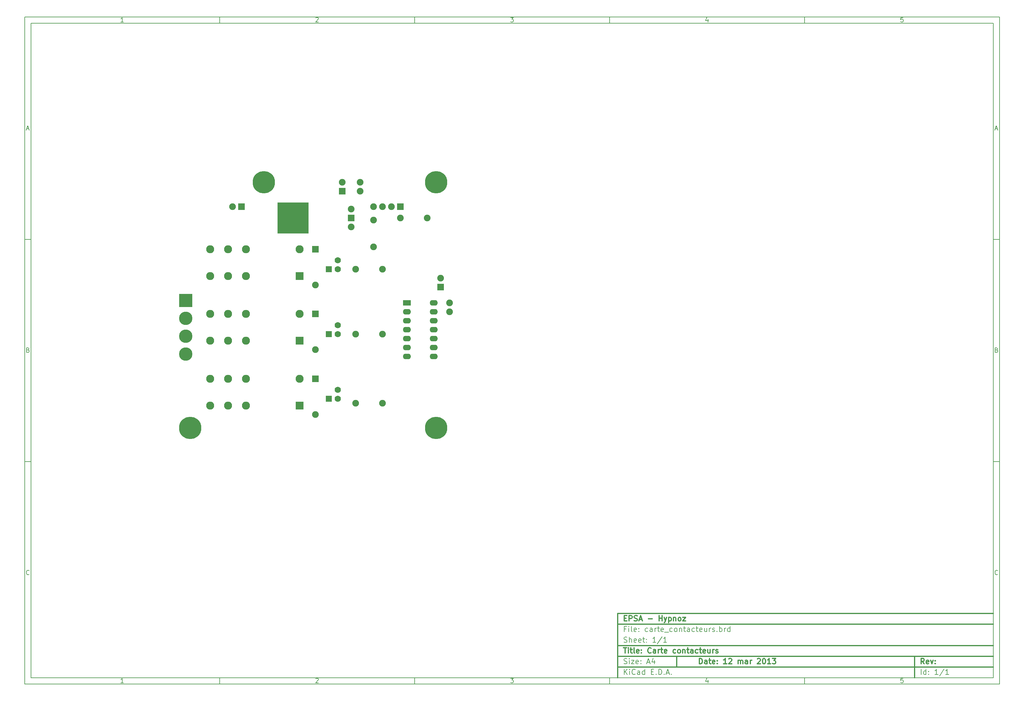
<source format=gtl>
G04 (created by PCBNEW-RS274X (2012-01-19 BZR 3256)-stable) date 12/03/2013 15:32:23*
G01*
G70*
G90*
%MOIN*%
G04 Gerber Fmt 3.4, Leading zero omitted, Abs format*
%FSLAX34Y34*%
G04 APERTURE LIST*
%ADD10C,0.006000*%
%ADD11C,0.012000*%
%ADD12R,0.070000X0.070000*%
%ADD13C,0.070000*%
%ADD14R,0.090000X0.090000*%
%ADD15C,0.090000*%
%ADD16C,0.075000*%
%ADD17R,0.350000X0.350000*%
%ADD18R,0.075000X0.075000*%
%ADD19R,0.090000X0.062000*%
%ADD20O,0.090000X0.062000*%
%ADD21C,0.150000*%
%ADD22R,0.150000X0.150000*%
%ADD23C,0.250000*%
G04 APERTURE END LIST*
G54D10*
X04000Y-04000D02*
X113000Y-04000D01*
X113000Y-78670D01*
X04000Y-78670D01*
X04000Y-04000D01*
X04700Y-04700D02*
X112300Y-04700D01*
X112300Y-77970D01*
X04700Y-77970D01*
X04700Y-04700D01*
X25800Y-04000D02*
X25800Y-04700D01*
X15043Y-04552D02*
X14757Y-04552D01*
X14900Y-04552D02*
X14900Y-04052D01*
X14852Y-04124D01*
X14805Y-04171D01*
X14757Y-04195D01*
X25800Y-78670D02*
X25800Y-77970D01*
X15043Y-78522D02*
X14757Y-78522D01*
X14900Y-78522D02*
X14900Y-78022D01*
X14852Y-78094D01*
X14805Y-78141D01*
X14757Y-78165D01*
X47600Y-04000D02*
X47600Y-04700D01*
X36557Y-04100D02*
X36581Y-04076D01*
X36629Y-04052D01*
X36748Y-04052D01*
X36795Y-04076D01*
X36819Y-04100D01*
X36843Y-04148D01*
X36843Y-04195D01*
X36819Y-04267D01*
X36533Y-04552D01*
X36843Y-04552D01*
X47600Y-78670D02*
X47600Y-77970D01*
X36557Y-78070D02*
X36581Y-78046D01*
X36629Y-78022D01*
X36748Y-78022D01*
X36795Y-78046D01*
X36819Y-78070D01*
X36843Y-78118D01*
X36843Y-78165D01*
X36819Y-78237D01*
X36533Y-78522D01*
X36843Y-78522D01*
X69400Y-04000D02*
X69400Y-04700D01*
X58333Y-04052D02*
X58643Y-04052D01*
X58476Y-04243D01*
X58548Y-04243D01*
X58595Y-04267D01*
X58619Y-04290D01*
X58643Y-04338D01*
X58643Y-04457D01*
X58619Y-04505D01*
X58595Y-04529D01*
X58548Y-04552D01*
X58405Y-04552D01*
X58357Y-04529D01*
X58333Y-04505D01*
X69400Y-78670D02*
X69400Y-77970D01*
X58333Y-78022D02*
X58643Y-78022D01*
X58476Y-78213D01*
X58548Y-78213D01*
X58595Y-78237D01*
X58619Y-78260D01*
X58643Y-78308D01*
X58643Y-78427D01*
X58619Y-78475D01*
X58595Y-78499D01*
X58548Y-78522D01*
X58405Y-78522D01*
X58357Y-78499D01*
X58333Y-78475D01*
X91200Y-04000D02*
X91200Y-04700D01*
X80395Y-04219D02*
X80395Y-04552D01*
X80276Y-04029D02*
X80157Y-04386D01*
X80467Y-04386D01*
X91200Y-78670D02*
X91200Y-77970D01*
X80395Y-78189D02*
X80395Y-78522D01*
X80276Y-77999D02*
X80157Y-78356D01*
X80467Y-78356D01*
X102219Y-04052D02*
X101981Y-04052D01*
X101957Y-04290D01*
X101981Y-04267D01*
X102029Y-04243D01*
X102148Y-04243D01*
X102195Y-04267D01*
X102219Y-04290D01*
X102243Y-04338D01*
X102243Y-04457D01*
X102219Y-04505D01*
X102195Y-04529D01*
X102148Y-04552D01*
X102029Y-04552D01*
X101981Y-04529D01*
X101957Y-04505D01*
X102219Y-78022D02*
X101981Y-78022D01*
X101957Y-78260D01*
X101981Y-78237D01*
X102029Y-78213D01*
X102148Y-78213D01*
X102195Y-78237D01*
X102219Y-78260D01*
X102243Y-78308D01*
X102243Y-78427D01*
X102219Y-78475D01*
X102195Y-78499D01*
X102148Y-78522D01*
X102029Y-78522D01*
X101981Y-78499D01*
X101957Y-78475D01*
X04000Y-28890D02*
X04700Y-28890D01*
X04231Y-16510D02*
X04469Y-16510D01*
X04184Y-16652D02*
X04350Y-16152D01*
X04517Y-16652D01*
X113000Y-28890D02*
X112300Y-28890D01*
X112531Y-16510D02*
X112769Y-16510D01*
X112484Y-16652D02*
X112650Y-16152D01*
X112817Y-16652D01*
X04000Y-53780D02*
X04700Y-53780D01*
X04386Y-41280D02*
X04457Y-41304D01*
X04481Y-41328D01*
X04505Y-41376D01*
X04505Y-41447D01*
X04481Y-41495D01*
X04457Y-41519D01*
X04410Y-41542D01*
X04219Y-41542D01*
X04219Y-41042D01*
X04386Y-41042D01*
X04433Y-41066D01*
X04457Y-41090D01*
X04481Y-41138D01*
X04481Y-41185D01*
X04457Y-41233D01*
X04433Y-41257D01*
X04386Y-41280D01*
X04219Y-41280D01*
X113000Y-53780D02*
X112300Y-53780D01*
X112686Y-41280D02*
X112757Y-41304D01*
X112781Y-41328D01*
X112805Y-41376D01*
X112805Y-41447D01*
X112781Y-41495D01*
X112757Y-41519D01*
X112710Y-41542D01*
X112519Y-41542D01*
X112519Y-41042D01*
X112686Y-41042D01*
X112733Y-41066D01*
X112757Y-41090D01*
X112781Y-41138D01*
X112781Y-41185D01*
X112757Y-41233D01*
X112733Y-41257D01*
X112686Y-41280D01*
X112519Y-41280D01*
X04505Y-66385D02*
X04481Y-66409D01*
X04410Y-66432D01*
X04362Y-66432D01*
X04290Y-66409D01*
X04243Y-66361D01*
X04219Y-66313D01*
X04195Y-66218D01*
X04195Y-66147D01*
X04219Y-66051D01*
X04243Y-66004D01*
X04290Y-65956D01*
X04362Y-65932D01*
X04410Y-65932D01*
X04481Y-65956D01*
X04505Y-65980D01*
X112805Y-66385D02*
X112781Y-66409D01*
X112710Y-66432D01*
X112662Y-66432D01*
X112590Y-66409D01*
X112543Y-66361D01*
X112519Y-66313D01*
X112495Y-66218D01*
X112495Y-66147D01*
X112519Y-66051D01*
X112543Y-66004D01*
X112590Y-65956D01*
X112662Y-65932D01*
X112710Y-65932D01*
X112781Y-65956D01*
X112805Y-65980D01*
G54D11*
X79443Y-76413D02*
X79443Y-75813D01*
X79586Y-75813D01*
X79671Y-75841D01*
X79729Y-75899D01*
X79757Y-75956D01*
X79786Y-76070D01*
X79786Y-76156D01*
X79757Y-76270D01*
X79729Y-76327D01*
X79671Y-76384D01*
X79586Y-76413D01*
X79443Y-76413D01*
X80300Y-76413D02*
X80300Y-76099D01*
X80271Y-76041D01*
X80214Y-76013D01*
X80100Y-76013D01*
X80043Y-76041D01*
X80300Y-76384D02*
X80243Y-76413D01*
X80100Y-76413D01*
X80043Y-76384D01*
X80014Y-76327D01*
X80014Y-76270D01*
X80043Y-76213D01*
X80100Y-76184D01*
X80243Y-76184D01*
X80300Y-76156D01*
X80500Y-76013D02*
X80729Y-76013D01*
X80586Y-75813D02*
X80586Y-76327D01*
X80614Y-76384D01*
X80672Y-76413D01*
X80729Y-76413D01*
X81157Y-76384D02*
X81100Y-76413D01*
X80986Y-76413D01*
X80929Y-76384D01*
X80900Y-76327D01*
X80900Y-76099D01*
X80929Y-76041D01*
X80986Y-76013D01*
X81100Y-76013D01*
X81157Y-76041D01*
X81186Y-76099D01*
X81186Y-76156D01*
X80900Y-76213D01*
X81443Y-76356D02*
X81471Y-76384D01*
X81443Y-76413D01*
X81414Y-76384D01*
X81443Y-76356D01*
X81443Y-76413D01*
X81443Y-76041D02*
X81471Y-76070D01*
X81443Y-76099D01*
X81414Y-76070D01*
X81443Y-76041D01*
X81443Y-76099D01*
X82500Y-76413D02*
X82157Y-76413D01*
X82329Y-76413D02*
X82329Y-75813D01*
X82272Y-75899D01*
X82214Y-75956D01*
X82157Y-75984D01*
X82728Y-75870D02*
X82757Y-75841D01*
X82814Y-75813D01*
X82957Y-75813D01*
X83014Y-75841D01*
X83043Y-75870D01*
X83071Y-75927D01*
X83071Y-75984D01*
X83043Y-76070D01*
X82700Y-76413D01*
X83071Y-76413D01*
X83785Y-76413D02*
X83785Y-76013D01*
X83785Y-76070D02*
X83813Y-76041D01*
X83871Y-76013D01*
X83956Y-76013D01*
X84013Y-76041D01*
X84042Y-76099D01*
X84042Y-76413D01*
X84042Y-76099D02*
X84071Y-76041D01*
X84128Y-76013D01*
X84213Y-76013D01*
X84271Y-76041D01*
X84299Y-76099D01*
X84299Y-76413D01*
X84842Y-76413D02*
X84842Y-76099D01*
X84813Y-76041D01*
X84756Y-76013D01*
X84642Y-76013D01*
X84585Y-76041D01*
X84842Y-76384D02*
X84785Y-76413D01*
X84642Y-76413D01*
X84585Y-76384D01*
X84556Y-76327D01*
X84556Y-76270D01*
X84585Y-76213D01*
X84642Y-76184D01*
X84785Y-76184D01*
X84842Y-76156D01*
X85128Y-76413D02*
X85128Y-76013D01*
X85128Y-76127D02*
X85156Y-76070D01*
X85185Y-76041D01*
X85242Y-76013D01*
X85299Y-76013D01*
X85927Y-75870D02*
X85956Y-75841D01*
X86013Y-75813D01*
X86156Y-75813D01*
X86213Y-75841D01*
X86242Y-75870D01*
X86270Y-75927D01*
X86270Y-75984D01*
X86242Y-76070D01*
X85899Y-76413D01*
X86270Y-76413D01*
X86641Y-75813D02*
X86698Y-75813D01*
X86755Y-75841D01*
X86784Y-75870D01*
X86813Y-75927D01*
X86841Y-76041D01*
X86841Y-76184D01*
X86813Y-76299D01*
X86784Y-76356D01*
X86755Y-76384D01*
X86698Y-76413D01*
X86641Y-76413D01*
X86584Y-76384D01*
X86555Y-76356D01*
X86527Y-76299D01*
X86498Y-76184D01*
X86498Y-76041D01*
X86527Y-75927D01*
X86555Y-75870D01*
X86584Y-75841D01*
X86641Y-75813D01*
X87412Y-76413D02*
X87069Y-76413D01*
X87241Y-76413D02*
X87241Y-75813D01*
X87184Y-75899D01*
X87126Y-75956D01*
X87069Y-75984D01*
X87612Y-75813D02*
X87983Y-75813D01*
X87783Y-76041D01*
X87869Y-76041D01*
X87926Y-76070D01*
X87955Y-76099D01*
X87983Y-76156D01*
X87983Y-76299D01*
X87955Y-76356D01*
X87926Y-76384D01*
X87869Y-76413D01*
X87697Y-76413D01*
X87640Y-76384D01*
X87612Y-76356D01*
G54D10*
X71043Y-77613D02*
X71043Y-77013D01*
X71386Y-77613D02*
X71129Y-77270D01*
X71386Y-77013D02*
X71043Y-77356D01*
X71643Y-77613D02*
X71643Y-77213D01*
X71643Y-77013D02*
X71614Y-77041D01*
X71643Y-77070D01*
X71671Y-77041D01*
X71643Y-77013D01*
X71643Y-77070D01*
X72272Y-77556D02*
X72243Y-77584D01*
X72157Y-77613D01*
X72100Y-77613D01*
X72015Y-77584D01*
X71957Y-77527D01*
X71929Y-77470D01*
X71900Y-77356D01*
X71900Y-77270D01*
X71929Y-77156D01*
X71957Y-77099D01*
X72015Y-77041D01*
X72100Y-77013D01*
X72157Y-77013D01*
X72243Y-77041D01*
X72272Y-77070D01*
X72786Y-77613D02*
X72786Y-77299D01*
X72757Y-77241D01*
X72700Y-77213D01*
X72586Y-77213D01*
X72529Y-77241D01*
X72786Y-77584D02*
X72729Y-77613D01*
X72586Y-77613D01*
X72529Y-77584D01*
X72500Y-77527D01*
X72500Y-77470D01*
X72529Y-77413D01*
X72586Y-77384D01*
X72729Y-77384D01*
X72786Y-77356D01*
X73329Y-77613D02*
X73329Y-77013D01*
X73329Y-77584D02*
X73272Y-77613D01*
X73158Y-77613D01*
X73100Y-77584D01*
X73072Y-77556D01*
X73043Y-77499D01*
X73043Y-77327D01*
X73072Y-77270D01*
X73100Y-77241D01*
X73158Y-77213D01*
X73272Y-77213D01*
X73329Y-77241D01*
X74072Y-77299D02*
X74272Y-77299D01*
X74358Y-77613D02*
X74072Y-77613D01*
X74072Y-77013D01*
X74358Y-77013D01*
X74615Y-77556D02*
X74643Y-77584D01*
X74615Y-77613D01*
X74586Y-77584D01*
X74615Y-77556D01*
X74615Y-77613D01*
X74901Y-77613D02*
X74901Y-77013D01*
X75044Y-77013D01*
X75129Y-77041D01*
X75187Y-77099D01*
X75215Y-77156D01*
X75244Y-77270D01*
X75244Y-77356D01*
X75215Y-77470D01*
X75187Y-77527D01*
X75129Y-77584D01*
X75044Y-77613D01*
X74901Y-77613D01*
X75501Y-77556D02*
X75529Y-77584D01*
X75501Y-77613D01*
X75472Y-77584D01*
X75501Y-77556D01*
X75501Y-77613D01*
X75758Y-77441D02*
X76044Y-77441D01*
X75701Y-77613D02*
X75901Y-77013D01*
X76101Y-77613D01*
X76301Y-77556D02*
X76329Y-77584D01*
X76301Y-77613D01*
X76272Y-77584D01*
X76301Y-77556D01*
X76301Y-77613D01*
G54D11*
X104586Y-76413D02*
X104386Y-76127D01*
X104243Y-76413D02*
X104243Y-75813D01*
X104471Y-75813D01*
X104529Y-75841D01*
X104557Y-75870D01*
X104586Y-75927D01*
X104586Y-76013D01*
X104557Y-76070D01*
X104529Y-76099D01*
X104471Y-76127D01*
X104243Y-76127D01*
X105071Y-76384D02*
X105014Y-76413D01*
X104900Y-76413D01*
X104843Y-76384D01*
X104814Y-76327D01*
X104814Y-76099D01*
X104843Y-76041D01*
X104900Y-76013D01*
X105014Y-76013D01*
X105071Y-76041D01*
X105100Y-76099D01*
X105100Y-76156D01*
X104814Y-76213D01*
X105300Y-76013D02*
X105443Y-76413D01*
X105585Y-76013D01*
X105814Y-76356D02*
X105842Y-76384D01*
X105814Y-76413D01*
X105785Y-76384D01*
X105814Y-76356D01*
X105814Y-76413D01*
X105814Y-76041D02*
X105842Y-76070D01*
X105814Y-76099D01*
X105785Y-76070D01*
X105814Y-76041D01*
X105814Y-76099D01*
G54D10*
X71014Y-76384D02*
X71100Y-76413D01*
X71243Y-76413D01*
X71300Y-76384D01*
X71329Y-76356D01*
X71357Y-76299D01*
X71357Y-76241D01*
X71329Y-76184D01*
X71300Y-76156D01*
X71243Y-76127D01*
X71129Y-76099D01*
X71071Y-76070D01*
X71043Y-76041D01*
X71014Y-75984D01*
X71014Y-75927D01*
X71043Y-75870D01*
X71071Y-75841D01*
X71129Y-75813D01*
X71271Y-75813D01*
X71357Y-75841D01*
X71614Y-76413D02*
X71614Y-76013D01*
X71614Y-75813D02*
X71585Y-75841D01*
X71614Y-75870D01*
X71642Y-75841D01*
X71614Y-75813D01*
X71614Y-75870D01*
X71843Y-76013D02*
X72157Y-76013D01*
X71843Y-76413D01*
X72157Y-76413D01*
X72614Y-76384D02*
X72557Y-76413D01*
X72443Y-76413D01*
X72386Y-76384D01*
X72357Y-76327D01*
X72357Y-76099D01*
X72386Y-76041D01*
X72443Y-76013D01*
X72557Y-76013D01*
X72614Y-76041D01*
X72643Y-76099D01*
X72643Y-76156D01*
X72357Y-76213D01*
X72900Y-76356D02*
X72928Y-76384D01*
X72900Y-76413D01*
X72871Y-76384D01*
X72900Y-76356D01*
X72900Y-76413D01*
X72900Y-76041D02*
X72928Y-76070D01*
X72900Y-76099D01*
X72871Y-76070D01*
X72900Y-76041D01*
X72900Y-76099D01*
X73614Y-76241D02*
X73900Y-76241D01*
X73557Y-76413D02*
X73757Y-75813D01*
X73957Y-76413D01*
X74414Y-76013D02*
X74414Y-76413D01*
X74271Y-75784D02*
X74128Y-76213D01*
X74500Y-76213D01*
X104243Y-77613D02*
X104243Y-77013D01*
X104786Y-77613D02*
X104786Y-77013D01*
X104786Y-77584D02*
X104729Y-77613D01*
X104615Y-77613D01*
X104557Y-77584D01*
X104529Y-77556D01*
X104500Y-77499D01*
X104500Y-77327D01*
X104529Y-77270D01*
X104557Y-77241D01*
X104615Y-77213D01*
X104729Y-77213D01*
X104786Y-77241D01*
X105072Y-77556D02*
X105100Y-77584D01*
X105072Y-77613D01*
X105043Y-77584D01*
X105072Y-77556D01*
X105072Y-77613D01*
X105072Y-77241D02*
X105100Y-77270D01*
X105072Y-77299D01*
X105043Y-77270D01*
X105072Y-77241D01*
X105072Y-77299D01*
X106129Y-77613D02*
X105786Y-77613D01*
X105958Y-77613D02*
X105958Y-77013D01*
X105901Y-77099D01*
X105843Y-77156D01*
X105786Y-77184D01*
X106814Y-76984D02*
X106300Y-77756D01*
X107329Y-77613D02*
X106986Y-77613D01*
X107158Y-77613D02*
X107158Y-77013D01*
X107101Y-77099D01*
X107043Y-77156D01*
X106986Y-77184D01*
G54D11*
X70957Y-74613D02*
X71300Y-74613D01*
X71129Y-75213D02*
X71129Y-74613D01*
X71500Y-75213D02*
X71500Y-74813D01*
X71500Y-74613D02*
X71471Y-74641D01*
X71500Y-74670D01*
X71528Y-74641D01*
X71500Y-74613D01*
X71500Y-74670D01*
X71700Y-74813D02*
X71929Y-74813D01*
X71786Y-74613D02*
X71786Y-75127D01*
X71814Y-75184D01*
X71872Y-75213D01*
X71929Y-75213D01*
X72215Y-75213D02*
X72157Y-75184D01*
X72129Y-75127D01*
X72129Y-74613D01*
X72671Y-75184D02*
X72614Y-75213D01*
X72500Y-75213D01*
X72443Y-75184D01*
X72414Y-75127D01*
X72414Y-74899D01*
X72443Y-74841D01*
X72500Y-74813D01*
X72614Y-74813D01*
X72671Y-74841D01*
X72700Y-74899D01*
X72700Y-74956D01*
X72414Y-75013D01*
X72957Y-75156D02*
X72985Y-75184D01*
X72957Y-75213D01*
X72928Y-75184D01*
X72957Y-75156D01*
X72957Y-75213D01*
X72957Y-74841D02*
X72985Y-74870D01*
X72957Y-74899D01*
X72928Y-74870D01*
X72957Y-74841D01*
X72957Y-74899D01*
X74043Y-75156D02*
X74014Y-75184D01*
X73928Y-75213D01*
X73871Y-75213D01*
X73786Y-75184D01*
X73728Y-75127D01*
X73700Y-75070D01*
X73671Y-74956D01*
X73671Y-74870D01*
X73700Y-74756D01*
X73728Y-74699D01*
X73786Y-74641D01*
X73871Y-74613D01*
X73928Y-74613D01*
X74014Y-74641D01*
X74043Y-74670D01*
X74557Y-75213D02*
X74557Y-74899D01*
X74528Y-74841D01*
X74471Y-74813D01*
X74357Y-74813D01*
X74300Y-74841D01*
X74557Y-75184D02*
X74500Y-75213D01*
X74357Y-75213D01*
X74300Y-75184D01*
X74271Y-75127D01*
X74271Y-75070D01*
X74300Y-75013D01*
X74357Y-74984D01*
X74500Y-74984D01*
X74557Y-74956D01*
X74843Y-75213D02*
X74843Y-74813D01*
X74843Y-74927D02*
X74871Y-74870D01*
X74900Y-74841D01*
X74957Y-74813D01*
X75014Y-74813D01*
X75128Y-74813D02*
X75357Y-74813D01*
X75214Y-74613D02*
X75214Y-75127D01*
X75242Y-75184D01*
X75300Y-75213D01*
X75357Y-75213D01*
X75785Y-75184D02*
X75728Y-75213D01*
X75614Y-75213D01*
X75557Y-75184D01*
X75528Y-75127D01*
X75528Y-74899D01*
X75557Y-74841D01*
X75614Y-74813D01*
X75728Y-74813D01*
X75785Y-74841D01*
X75814Y-74899D01*
X75814Y-74956D01*
X75528Y-75013D01*
X76785Y-75184D02*
X76728Y-75213D01*
X76614Y-75213D01*
X76556Y-75184D01*
X76528Y-75156D01*
X76499Y-75099D01*
X76499Y-74927D01*
X76528Y-74870D01*
X76556Y-74841D01*
X76614Y-74813D01*
X76728Y-74813D01*
X76785Y-74841D01*
X77128Y-75213D02*
X77070Y-75184D01*
X77042Y-75156D01*
X77013Y-75099D01*
X77013Y-74927D01*
X77042Y-74870D01*
X77070Y-74841D01*
X77128Y-74813D01*
X77213Y-74813D01*
X77270Y-74841D01*
X77299Y-74870D01*
X77328Y-74927D01*
X77328Y-75099D01*
X77299Y-75156D01*
X77270Y-75184D01*
X77213Y-75213D01*
X77128Y-75213D01*
X77585Y-74813D02*
X77585Y-75213D01*
X77585Y-74870D02*
X77613Y-74841D01*
X77671Y-74813D01*
X77756Y-74813D01*
X77813Y-74841D01*
X77842Y-74899D01*
X77842Y-75213D01*
X78042Y-74813D02*
X78271Y-74813D01*
X78128Y-74613D02*
X78128Y-75127D01*
X78156Y-75184D01*
X78214Y-75213D01*
X78271Y-75213D01*
X78728Y-75213D02*
X78728Y-74899D01*
X78699Y-74841D01*
X78642Y-74813D01*
X78528Y-74813D01*
X78471Y-74841D01*
X78728Y-75184D02*
X78671Y-75213D01*
X78528Y-75213D01*
X78471Y-75184D01*
X78442Y-75127D01*
X78442Y-75070D01*
X78471Y-75013D01*
X78528Y-74984D01*
X78671Y-74984D01*
X78728Y-74956D01*
X79271Y-75184D02*
X79214Y-75213D01*
X79100Y-75213D01*
X79042Y-75184D01*
X79014Y-75156D01*
X78985Y-75099D01*
X78985Y-74927D01*
X79014Y-74870D01*
X79042Y-74841D01*
X79100Y-74813D01*
X79214Y-74813D01*
X79271Y-74841D01*
X79442Y-74813D02*
X79671Y-74813D01*
X79528Y-74613D02*
X79528Y-75127D01*
X79556Y-75184D01*
X79614Y-75213D01*
X79671Y-75213D01*
X80099Y-75184D02*
X80042Y-75213D01*
X79928Y-75213D01*
X79871Y-75184D01*
X79842Y-75127D01*
X79842Y-74899D01*
X79871Y-74841D01*
X79928Y-74813D01*
X80042Y-74813D01*
X80099Y-74841D01*
X80128Y-74899D01*
X80128Y-74956D01*
X79842Y-75013D01*
X80642Y-74813D02*
X80642Y-75213D01*
X80385Y-74813D02*
X80385Y-75127D01*
X80413Y-75184D01*
X80471Y-75213D01*
X80556Y-75213D01*
X80613Y-75184D01*
X80642Y-75156D01*
X80928Y-75213D02*
X80928Y-74813D01*
X80928Y-74927D02*
X80956Y-74870D01*
X80985Y-74841D01*
X81042Y-74813D01*
X81099Y-74813D01*
X81270Y-75184D02*
X81327Y-75213D01*
X81442Y-75213D01*
X81499Y-75184D01*
X81527Y-75127D01*
X81527Y-75099D01*
X81499Y-75041D01*
X81442Y-75013D01*
X81356Y-75013D01*
X81299Y-74984D01*
X81270Y-74927D01*
X81270Y-74899D01*
X81299Y-74841D01*
X81356Y-74813D01*
X81442Y-74813D01*
X81499Y-74841D01*
G54D10*
X71243Y-72499D02*
X71043Y-72499D01*
X71043Y-72813D02*
X71043Y-72213D01*
X71329Y-72213D01*
X71557Y-72813D02*
X71557Y-72413D01*
X71557Y-72213D02*
X71528Y-72241D01*
X71557Y-72270D01*
X71585Y-72241D01*
X71557Y-72213D01*
X71557Y-72270D01*
X71929Y-72813D02*
X71871Y-72784D01*
X71843Y-72727D01*
X71843Y-72213D01*
X72385Y-72784D02*
X72328Y-72813D01*
X72214Y-72813D01*
X72157Y-72784D01*
X72128Y-72727D01*
X72128Y-72499D01*
X72157Y-72441D01*
X72214Y-72413D01*
X72328Y-72413D01*
X72385Y-72441D01*
X72414Y-72499D01*
X72414Y-72556D01*
X72128Y-72613D01*
X72671Y-72756D02*
X72699Y-72784D01*
X72671Y-72813D01*
X72642Y-72784D01*
X72671Y-72756D01*
X72671Y-72813D01*
X72671Y-72441D02*
X72699Y-72470D01*
X72671Y-72499D01*
X72642Y-72470D01*
X72671Y-72441D01*
X72671Y-72499D01*
X73671Y-72784D02*
X73614Y-72813D01*
X73500Y-72813D01*
X73442Y-72784D01*
X73414Y-72756D01*
X73385Y-72699D01*
X73385Y-72527D01*
X73414Y-72470D01*
X73442Y-72441D01*
X73500Y-72413D01*
X73614Y-72413D01*
X73671Y-72441D01*
X74185Y-72813D02*
X74185Y-72499D01*
X74156Y-72441D01*
X74099Y-72413D01*
X73985Y-72413D01*
X73928Y-72441D01*
X74185Y-72784D02*
X74128Y-72813D01*
X73985Y-72813D01*
X73928Y-72784D01*
X73899Y-72727D01*
X73899Y-72670D01*
X73928Y-72613D01*
X73985Y-72584D01*
X74128Y-72584D01*
X74185Y-72556D01*
X74471Y-72813D02*
X74471Y-72413D01*
X74471Y-72527D02*
X74499Y-72470D01*
X74528Y-72441D01*
X74585Y-72413D01*
X74642Y-72413D01*
X74756Y-72413D02*
X74985Y-72413D01*
X74842Y-72213D02*
X74842Y-72727D01*
X74870Y-72784D01*
X74928Y-72813D01*
X74985Y-72813D01*
X75413Y-72784D02*
X75356Y-72813D01*
X75242Y-72813D01*
X75185Y-72784D01*
X75156Y-72727D01*
X75156Y-72499D01*
X75185Y-72441D01*
X75242Y-72413D01*
X75356Y-72413D01*
X75413Y-72441D01*
X75442Y-72499D01*
X75442Y-72556D01*
X75156Y-72613D01*
X75556Y-72870D02*
X76013Y-72870D01*
X76413Y-72784D02*
X76356Y-72813D01*
X76242Y-72813D01*
X76184Y-72784D01*
X76156Y-72756D01*
X76127Y-72699D01*
X76127Y-72527D01*
X76156Y-72470D01*
X76184Y-72441D01*
X76242Y-72413D01*
X76356Y-72413D01*
X76413Y-72441D01*
X76756Y-72813D02*
X76698Y-72784D01*
X76670Y-72756D01*
X76641Y-72699D01*
X76641Y-72527D01*
X76670Y-72470D01*
X76698Y-72441D01*
X76756Y-72413D01*
X76841Y-72413D01*
X76898Y-72441D01*
X76927Y-72470D01*
X76956Y-72527D01*
X76956Y-72699D01*
X76927Y-72756D01*
X76898Y-72784D01*
X76841Y-72813D01*
X76756Y-72813D01*
X77213Y-72413D02*
X77213Y-72813D01*
X77213Y-72470D02*
X77241Y-72441D01*
X77299Y-72413D01*
X77384Y-72413D01*
X77441Y-72441D01*
X77470Y-72499D01*
X77470Y-72813D01*
X77670Y-72413D02*
X77899Y-72413D01*
X77756Y-72213D02*
X77756Y-72727D01*
X77784Y-72784D01*
X77842Y-72813D01*
X77899Y-72813D01*
X78356Y-72813D02*
X78356Y-72499D01*
X78327Y-72441D01*
X78270Y-72413D01*
X78156Y-72413D01*
X78099Y-72441D01*
X78356Y-72784D02*
X78299Y-72813D01*
X78156Y-72813D01*
X78099Y-72784D01*
X78070Y-72727D01*
X78070Y-72670D01*
X78099Y-72613D01*
X78156Y-72584D01*
X78299Y-72584D01*
X78356Y-72556D01*
X78899Y-72784D02*
X78842Y-72813D01*
X78728Y-72813D01*
X78670Y-72784D01*
X78642Y-72756D01*
X78613Y-72699D01*
X78613Y-72527D01*
X78642Y-72470D01*
X78670Y-72441D01*
X78728Y-72413D01*
X78842Y-72413D01*
X78899Y-72441D01*
X79070Y-72413D02*
X79299Y-72413D01*
X79156Y-72213D02*
X79156Y-72727D01*
X79184Y-72784D01*
X79242Y-72813D01*
X79299Y-72813D01*
X79727Y-72784D02*
X79670Y-72813D01*
X79556Y-72813D01*
X79499Y-72784D01*
X79470Y-72727D01*
X79470Y-72499D01*
X79499Y-72441D01*
X79556Y-72413D01*
X79670Y-72413D01*
X79727Y-72441D01*
X79756Y-72499D01*
X79756Y-72556D01*
X79470Y-72613D01*
X80270Y-72413D02*
X80270Y-72813D01*
X80013Y-72413D02*
X80013Y-72727D01*
X80041Y-72784D01*
X80099Y-72813D01*
X80184Y-72813D01*
X80241Y-72784D01*
X80270Y-72756D01*
X80556Y-72813D02*
X80556Y-72413D01*
X80556Y-72527D02*
X80584Y-72470D01*
X80613Y-72441D01*
X80670Y-72413D01*
X80727Y-72413D01*
X80898Y-72784D02*
X80955Y-72813D01*
X81070Y-72813D01*
X81127Y-72784D01*
X81155Y-72727D01*
X81155Y-72699D01*
X81127Y-72641D01*
X81070Y-72613D01*
X80984Y-72613D01*
X80927Y-72584D01*
X80898Y-72527D01*
X80898Y-72499D01*
X80927Y-72441D01*
X80984Y-72413D01*
X81070Y-72413D01*
X81127Y-72441D01*
X81413Y-72756D02*
X81441Y-72784D01*
X81413Y-72813D01*
X81384Y-72784D01*
X81413Y-72756D01*
X81413Y-72813D01*
X81699Y-72813D02*
X81699Y-72213D01*
X81699Y-72441D02*
X81756Y-72413D01*
X81870Y-72413D01*
X81927Y-72441D01*
X81956Y-72470D01*
X81985Y-72527D01*
X81985Y-72699D01*
X81956Y-72756D01*
X81927Y-72784D01*
X81870Y-72813D01*
X81756Y-72813D01*
X81699Y-72784D01*
X82242Y-72813D02*
X82242Y-72413D01*
X82242Y-72527D02*
X82270Y-72470D01*
X82299Y-72441D01*
X82356Y-72413D01*
X82413Y-72413D01*
X82870Y-72813D02*
X82870Y-72213D01*
X82870Y-72784D02*
X82813Y-72813D01*
X82699Y-72813D01*
X82641Y-72784D01*
X82613Y-72756D01*
X82584Y-72699D01*
X82584Y-72527D01*
X82613Y-72470D01*
X82641Y-72441D01*
X82699Y-72413D01*
X82813Y-72413D01*
X82870Y-72441D01*
X71014Y-73984D02*
X71100Y-74013D01*
X71243Y-74013D01*
X71300Y-73984D01*
X71329Y-73956D01*
X71357Y-73899D01*
X71357Y-73841D01*
X71329Y-73784D01*
X71300Y-73756D01*
X71243Y-73727D01*
X71129Y-73699D01*
X71071Y-73670D01*
X71043Y-73641D01*
X71014Y-73584D01*
X71014Y-73527D01*
X71043Y-73470D01*
X71071Y-73441D01*
X71129Y-73413D01*
X71271Y-73413D01*
X71357Y-73441D01*
X71614Y-74013D02*
X71614Y-73413D01*
X71871Y-74013D02*
X71871Y-73699D01*
X71842Y-73641D01*
X71785Y-73613D01*
X71700Y-73613D01*
X71642Y-73641D01*
X71614Y-73670D01*
X72385Y-73984D02*
X72328Y-74013D01*
X72214Y-74013D01*
X72157Y-73984D01*
X72128Y-73927D01*
X72128Y-73699D01*
X72157Y-73641D01*
X72214Y-73613D01*
X72328Y-73613D01*
X72385Y-73641D01*
X72414Y-73699D01*
X72414Y-73756D01*
X72128Y-73813D01*
X72899Y-73984D02*
X72842Y-74013D01*
X72728Y-74013D01*
X72671Y-73984D01*
X72642Y-73927D01*
X72642Y-73699D01*
X72671Y-73641D01*
X72728Y-73613D01*
X72842Y-73613D01*
X72899Y-73641D01*
X72928Y-73699D01*
X72928Y-73756D01*
X72642Y-73813D01*
X73099Y-73613D02*
X73328Y-73613D01*
X73185Y-73413D02*
X73185Y-73927D01*
X73213Y-73984D01*
X73271Y-74013D01*
X73328Y-74013D01*
X73528Y-73956D02*
X73556Y-73984D01*
X73528Y-74013D01*
X73499Y-73984D01*
X73528Y-73956D01*
X73528Y-74013D01*
X73528Y-73641D02*
X73556Y-73670D01*
X73528Y-73699D01*
X73499Y-73670D01*
X73528Y-73641D01*
X73528Y-73699D01*
X74585Y-74013D02*
X74242Y-74013D01*
X74414Y-74013D02*
X74414Y-73413D01*
X74357Y-73499D01*
X74299Y-73556D01*
X74242Y-73584D01*
X75270Y-73384D02*
X74756Y-74156D01*
X75785Y-74013D02*
X75442Y-74013D01*
X75614Y-74013D02*
X75614Y-73413D01*
X75557Y-73499D01*
X75499Y-73556D01*
X75442Y-73584D01*
G54D11*
X71043Y-71299D02*
X71243Y-71299D01*
X71329Y-71613D02*
X71043Y-71613D01*
X71043Y-71013D01*
X71329Y-71013D01*
X71586Y-71613D02*
X71586Y-71013D01*
X71814Y-71013D01*
X71872Y-71041D01*
X71900Y-71070D01*
X71929Y-71127D01*
X71929Y-71213D01*
X71900Y-71270D01*
X71872Y-71299D01*
X71814Y-71327D01*
X71586Y-71327D01*
X72157Y-71584D02*
X72243Y-71613D01*
X72386Y-71613D01*
X72443Y-71584D01*
X72472Y-71556D01*
X72500Y-71499D01*
X72500Y-71441D01*
X72472Y-71384D01*
X72443Y-71356D01*
X72386Y-71327D01*
X72272Y-71299D01*
X72214Y-71270D01*
X72186Y-71241D01*
X72157Y-71184D01*
X72157Y-71127D01*
X72186Y-71070D01*
X72214Y-71041D01*
X72272Y-71013D01*
X72414Y-71013D01*
X72500Y-71041D01*
X72728Y-71441D02*
X73014Y-71441D01*
X72671Y-71613D02*
X72871Y-71013D01*
X73071Y-71613D01*
X73728Y-71384D02*
X74185Y-71384D01*
X74928Y-71613D02*
X74928Y-71013D01*
X74928Y-71299D02*
X75271Y-71299D01*
X75271Y-71613D02*
X75271Y-71013D01*
X75500Y-71213D02*
X75643Y-71613D01*
X75785Y-71213D02*
X75643Y-71613D01*
X75585Y-71756D01*
X75557Y-71784D01*
X75500Y-71813D01*
X76014Y-71213D02*
X76014Y-71813D01*
X76014Y-71241D02*
X76071Y-71213D01*
X76185Y-71213D01*
X76242Y-71241D01*
X76271Y-71270D01*
X76300Y-71327D01*
X76300Y-71499D01*
X76271Y-71556D01*
X76242Y-71584D01*
X76185Y-71613D01*
X76071Y-71613D01*
X76014Y-71584D01*
X76557Y-71213D02*
X76557Y-71613D01*
X76557Y-71270D02*
X76585Y-71241D01*
X76643Y-71213D01*
X76728Y-71213D01*
X76785Y-71241D01*
X76814Y-71299D01*
X76814Y-71613D01*
X77186Y-71613D02*
X77128Y-71584D01*
X77100Y-71556D01*
X77071Y-71499D01*
X77071Y-71327D01*
X77100Y-71270D01*
X77128Y-71241D01*
X77186Y-71213D01*
X77271Y-71213D01*
X77328Y-71241D01*
X77357Y-71270D01*
X77386Y-71327D01*
X77386Y-71499D01*
X77357Y-71556D01*
X77328Y-71584D01*
X77271Y-71613D01*
X77186Y-71613D01*
X77586Y-71213D02*
X77900Y-71213D01*
X77586Y-71613D01*
X77900Y-71613D01*
X70300Y-70770D02*
X70300Y-77970D01*
X70300Y-71970D02*
X112300Y-71970D01*
X70300Y-70770D02*
X112300Y-70770D01*
X70300Y-74370D02*
X112300Y-74370D01*
X103500Y-75570D02*
X103500Y-77970D01*
X70300Y-76770D02*
X112300Y-76770D01*
X70300Y-75570D02*
X112300Y-75570D01*
X76900Y-75570D02*
X76900Y-76770D01*
G54D12*
X38000Y-39500D03*
G54D13*
X39000Y-39500D03*
X39000Y-38500D03*
G54D12*
X38000Y-32250D03*
G54D13*
X39000Y-32250D03*
X39000Y-31250D03*
G54D12*
X38000Y-46750D03*
G54D13*
X39000Y-46750D03*
X39000Y-45750D03*
G54D14*
X34750Y-47500D03*
G54D15*
X34750Y-44500D03*
X28750Y-47500D03*
X28750Y-44500D03*
X26750Y-47500D03*
X26750Y-44500D03*
X24750Y-47500D03*
X24750Y-44500D03*
G54D14*
X34750Y-33000D03*
G54D15*
X34750Y-30000D03*
X28750Y-33000D03*
X28750Y-30000D03*
X26750Y-33000D03*
X26750Y-30000D03*
X24750Y-33000D03*
X24750Y-30000D03*
G54D14*
X34750Y-40250D03*
G54D15*
X34750Y-37250D03*
X28750Y-40250D03*
X28750Y-37250D03*
X26750Y-40250D03*
X26750Y-37250D03*
X24750Y-40250D03*
X24750Y-37250D03*
G54D16*
X41000Y-39500D03*
X44000Y-39500D03*
X43000Y-26750D03*
X43000Y-29750D03*
X49000Y-26500D03*
X46000Y-26500D03*
X41000Y-47250D03*
X44000Y-47250D03*
X41000Y-32250D03*
X44000Y-32250D03*
G54D17*
X34000Y-26500D03*
G54D16*
X40500Y-27500D03*
G54D18*
X40500Y-26500D03*
G54D16*
X40500Y-25500D03*
G54D18*
X46000Y-25250D03*
G54D16*
X45000Y-25250D03*
X44000Y-25250D03*
X43000Y-25250D03*
G54D18*
X28250Y-25250D03*
G54D16*
X27250Y-25250D03*
G54D19*
X46750Y-36000D03*
G54D20*
X46750Y-37000D03*
X46750Y-38000D03*
X46750Y-39000D03*
X46750Y-40000D03*
X46750Y-41000D03*
X46750Y-42000D03*
X49750Y-42000D03*
X49750Y-41000D03*
X49750Y-40000D03*
X49750Y-39000D03*
X49750Y-38000D03*
X49750Y-37000D03*
X49750Y-36000D03*
G54D18*
X50500Y-34250D03*
G54D16*
X50500Y-33250D03*
G54D18*
X39500Y-23500D03*
G54D16*
X39500Y-22500D03*
X41500Y-23500D03*
X41500Y-22500D03*
X51500Y-36000D03*
X51500Y-37000D03*
G54D21*
X22000Y-37750D03*
X22000Y-39750D03*
G54D22*
X22000Y-35750D03*
G54D21*
X22000Y-41750D03*
G54D23*
X50000Y-22500D03*
X50000Y-50000D03*
X22500Y-50000D03*
X30750Y-22500D03*
G54D16*
X36500Y-41250D03*
G54D18*
X36500Y-37250D03*
G54D16*
X36500Y-34000D03*
G54D18*
X36500Y-30000D03*
G54D16*
X36500Y-48500D03*
G54D18*
X36500Y-44500D03*
M02*

</source>
